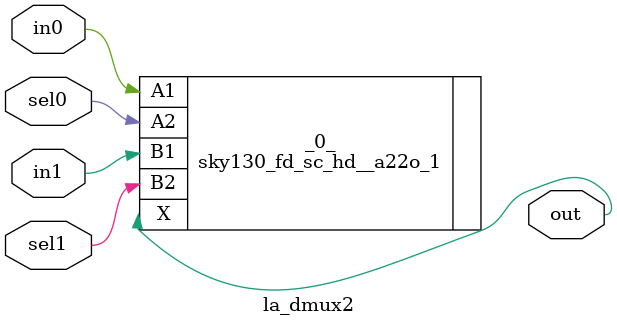
<source format=v>

/* Generated by Yosys 0.44 (git sha1 80ba43d26, g++ 11.4.0-1ubuntu1~22.04 -fPIC -O3) */

(* top =  1  *)
(* src = "generated" *)
(* keep_hierarchy *)
module la_dmux2 (
    sel1,
    sel0,
    in1,
    in0,
    out
);
  (* src = "generated" *)
  input in0;
  wire in0;
  (* src = "generated" *)
  input in1;
  wire in1;
  (* src = "generated" *)
  output out;
  wire out;
  (* src = "generated" *)
  input sel0;
  wire sel0;
  (* src = "generated" *)
  input sel1;
  wire sel1;
  sky130_fd_sc_hd__a22o_1 _0_ (
      .A1(in0),
      .A2(sel0),
      .B1(in1),
      .B2(sel1),
      .X (out)
  );
endmodule

</source>
